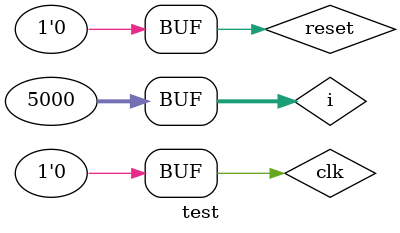
<source format=v>
`timescale 1ns / 1ps


module test;

	// Inputs
	reg clk;
	reg reset;

	// Instantiate the Unit Under Test (UUT)
	mips uut (
		.clk(clk), 
		.reset(reset)
	);
   integer i;
	initial begin
		// Initialize Inputs
		clk = 0;
		reset = 0;

		// Wait 100 ns for global reset to finish
		#100;
      for(i=0;i<5000;i=i+1) begin
		#5 clk=~clk;
		end
		// Add stimulus here

	end
endmodule


</source>
